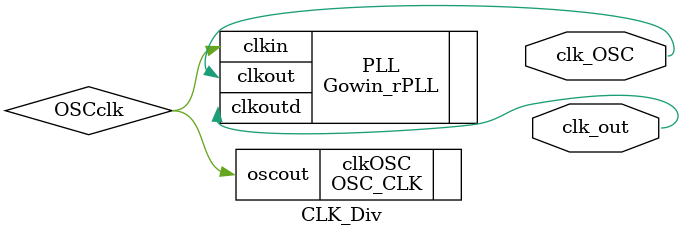
<source format=v>
module CLK_Div(
    output reg clk_out,
    output wire clk_OSC
);
    reg[5:0] cnt;
    wire OSCclk;

    OSC_CLK clkOSC(
        .oscout(OSCclk) //output oscout
    );

    Gowin_rPLL PLL(
        .clkout(clk_OSC), //output clkout
        .clkoutd(clk_out), //output clkoutd
        .clkin(OSCclk) //input clkin
    );
endmodule
</source>
